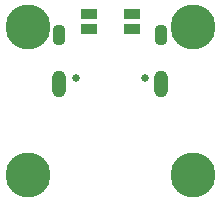
<source format=gbr>
%TF.GenerationSoftware,KiCad,Pcbnew,(5.1.10)-1*%
%TF.CreationDate,2021-06-03T16:35:32+08:00*%
%TF.ProjectId,u1,75312e6b-6963-4616-945f-706362585858,rev?*%
%TF.SameCoordinates,Original*%
%TF.FileFunction,Soldermask,Bot*%
%TF.FilePolarity,Negative*%
%FSLAX46Y46*%
G04 Gerber Fmt 4.6, Leading zero omitted, Abs format (unit mm)*
G04 Created by KiCad (PCBNEW (5.1.10)-1) date 2021-06-03 16:35:32*
%MOMM*%
%LPD*%
G01*
G04 APERTURE LIST*
%ADD10R,1.400000X0.900000*%
%ADD11O,1.200000X2.300000*%
%ADD12C,0.650000*%
%ADD13O,1.100000X1.800000*%
%ADD14C,3.800000*%
G04 APERTURE END LIST*
D10*
%TO.C,SW1*%
X110800000Y-92150000D03*
X107200000Y-92150000D03*
X107200000Y-90850000D03*
X110800000Y-90850000D03*
%TD*%
D11*
%TO.C,J1*%
X104680000Y-96830000D03*
X113320000Y-96830000D03*
D12*
X111890000Y-96300000D03*
D13*
X113320000Y-92650000D03*
D12*
X106110000Y-96300000D03*
D13*
X104680000Y-92650000D03*
%TD*%
D14*
%TO.C,REF\u002A\u002A*%
X116000000Y-104500000D03*
%TD*%
%TO.C,REF\u002A\u002A*%
X102000000Y-104500000D03*
%TD*%
%TO.C,REF\u002A\u002A*%
X116000000Y-92000000D03*
%TD*%
%TO.C,REF\u002A\u002A*%
X102000000Y-92000000D03*
%TD*%
M02*

</source>
